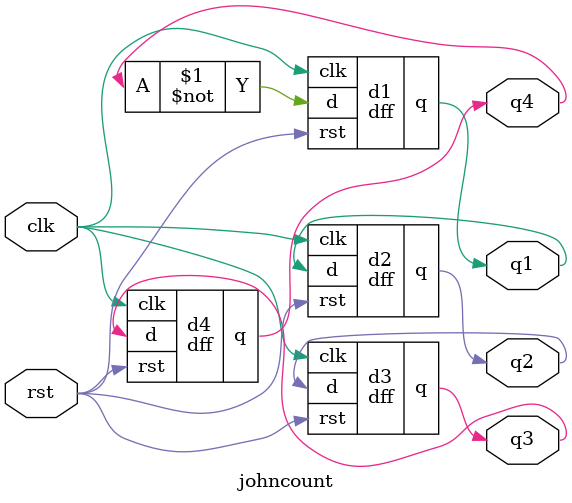
<source format=v>
module dff(
input clk,rst,d,
output reg q,
output qb
);
assign qb=~q;
always@(posedge clk or posedge rst)
begin
	if(rst)
	begin
		q<=0;
	end
	else
	begin
		q<=d;
	end
end
endmodule

module johncount(
input clk,rst,
output q1,q2,q3,q4
);
dff d1(.d(~q4),.clk(clk),.q(q1),.rst(rst));
dff d2(.d(q1),.clk(clk),.q(q2),.rst(rst));
dff d3(.d(q2),.clk(clk),.q(q3),.rst(rst));
dff d4(.d(q3),.clk(clk),.q(q4),.rst(rst));
endmodule

</source>
